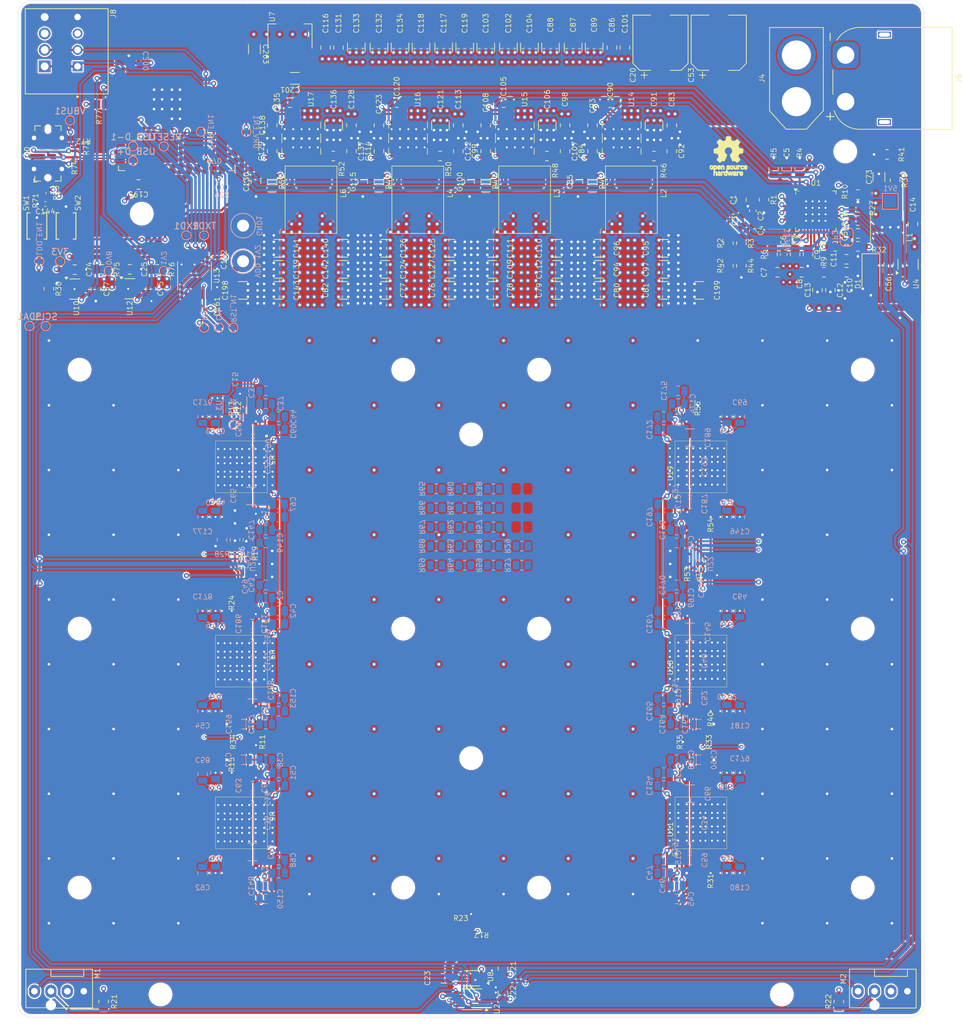
<source format=kicad_pcb>
(kicad_pcb
	(version 20240108)
	(generator "pcbnew")
	(generator_version "8.0")
	(general
		(thickness 1.6)
		(legacy_teardrops no)
	)
	(paper "A4")
	(layers
		(0 "F.Cu" signal)
		(1 "In1.Cu" signal)
		(2 "In2.Cu" signal)
		(3 "In3.Cu" signal)
		(4 "In4.Cu" signal)
		(31 "B.Cu" signal)
		(32 "B.Adhes" user "B.Adhesive")
		(33 "F.Adhes" user "F.Adhesive")
		(34 "B.Paste" user)
		(35 "F.Paste" user)
		(36 "B.SilkS" user "B.Silkscreen")
		(37 "F.SilkS" user "F.Silkscreen")
		(38 "B.Mask" user)
		(39 "F.Mask" user)
		(40 "Dwgs.User" user "User.Drawings")
		(41 "Cmts.User" user "User.Comments")
		(42 "Eco1.User" user "User.Eco1")
		(43 "Eco2.User" user "User.Eco2")
		(44 "Edge.Cuts" user)
		(45 "Margin" user)
		(46 "B.CrtYd" user "B.Courtyard")
		(47 "F.CrtYd" user "F.Courtyard")
		(48 "B.Fab" user)
		(49 "F.Fab" user)
		(50 "User.1" user)
		(51 "User.2" user)
		(52 "User.3" user)
		(53 "User.4" user)
		(54 "User.5" user)
		(55 "User.6" user)
		(56 "User.7" user)
		(57 "User.8" user)
		(58 "User.9" user)
	)
	(setup
		(stackup
			(layer "F.SilkS"
				(type "Top Silk Screen")
			)
			(layer "F.Paste"
				(type "Top Solder Paste")
			)
			(layer "F.Mask"
				(type "Top Solder Mask")
				(thickness 0.01)
			)
			(layer "F.Cu"
				(type "copper")
				(thickness 0.035)
			)
			(layer "dielectric 1"
				(type "prepreg")
				(thickness 0.1)
				(material "FR4")
				(epsilon_r 4.5)
				(loss_tangent 0.02)
			)
			(layer "In1.Cu"
				(type "copper")
				(thickness 0.035)
			)
			(layer "dielectric 2"
				(type "core")
				(thickness 0.535)
				(material "FR4")
				(epsilon_r 4.5)
				(loss_tangent 0.02)
			)
			(layer "In2.Cu"
				(type "copper")
				(thickness 0.035)
			)
			(layer "dielectric 3"
				(type "prepreg")
				(thickness 0.1)
				(material "FR4")
				(epsilon_r 4.5)
				(loss_tangent 0.02)
			)
			(layer "In3.Cu"
				(type "copper")
				(thickness 0.035)
			)
			(layer "dielectric 4"
				(type "core")
				(thickness 0.535)
				(material "FR4")
				(epsilon_r 4.5)
				(loss_tangent 0.02)
			)
			(layer "In4.Cu"
				(type "copper")
				(thickness 0.035)
			)
			(layer "dielectric 5"
				(type "prepreg")
				(thickness 0.1)
				(material "FR4")
				(epsilon_r 4.5)
				(loss_tangent 0.02)
			)
			(layer "B.Cu"
				(type "copper")
				(thickness 0.035)
			)
			(layer "B.Mask"
				(type "Bottom Solder Mask")
				(thickness 0.01)
			)
			(layer "B.Paste"
				(type "Bottom Solder Paste")
			)
			(layer "B.SilkS"
				(type "Bottom Silk Screen")
			)
			(copper_finish "None")
			(dielectric_constraints no)
		)
		(pad_to_mask_clearance 0)
		(allow_soldermask_bridges_in_footprints no)
		(pcbplotparams
			(layerselection 0x00010fc_ffffffff)
			(plot_on_all_layers_selection 0x0000000_00000000)
			(disableapertmacros no)
			(usegerberextensions no)
			(usegerberattributes yes)
			(usegerberadvancedattributes yes)
			(creategerberjobfile yes)
			(dashed_line_dash_ratio 12.000000)
			(dashed_line_gap_ratio 3.000000)
			(svgprecision 4)
			(plotframeref no)
			(viasonmask no)
			(mode 1)
			(useauxorigin no)
			(hpglpennumber 1)
			(hpglpenspeed 20)
			(hpglpendiameter 15.000000)
			(pdf_front_fp_property_popups yes)
			(pdf_back_fp_property_popups yes)
			(dxfpolygonmode yes)
			(dxfimperialunits yes)
			(dxfusepcbnewfont yes)
			(psnegative no)
			(psa4output no)
			(plotreference yes)
			(plotvalue yes)
			(plotfptext yes)
			(plotinvisibletext no)
			(sketchpadsonfab no)
			(subtractmaskfromsilk no)
			(outputformat 1)
			(mirror no)
			(drillshape 1)
			(scaleselection 1)
			(outputdirectory "")
		)
	)
	(net 0 "")
	(net 1 "GND")
	(net 2 "Net-(U1-IMON)")
	(net 3 "Net-(U1-VSP)")
	(net 4 "Net-(U1-VSN)")
	(net 5 "/Power/TPS_TSEN")
	(net 6 "Net-(U1-COMP)")
	(net 7 "+VRef")
	(net 8 "Net-(C7-Pad1)")
	(net 9 "Net-(U1-V3R3)")
	(net 10 "Net-(U1-V5)")
	(net 11 "Net-(U1-VIN)")
	(net 12 "+5V")
	(net 13 "+12V")
	(net 14 "+1V2")
	(net 15 "VDD")
	(net 16 "+0V8")
	(net 17 "/ESP32/PWR_EN")
	(net 18 "+3V3")
	(net 19 "Net-(U5-VDD1_0)")
	(net 20 "Net-(U6-VDD1_0)")
	(net 21 "Net-(U5-VDD2_0)")
	(net 22 "Net-(U6-VDD2_0)")
	(net 23 "Net-(U5-VDD3_0)")
	(net 24 "Net-(JP2-A)")
	(net 25 "Net-(U6-VDD3_0)")
	(net 26 "Net-(D1-K)")
	(net 27 "Net-(U4-BS)")
	(net 28 "Net-(U5-VDD3_1)")
	(net 29 "Net-(U11-VDD3_0)")
	(net 30 "Net-(U5-VDD2_1)")
	(net 31 "Net-(U11-VDD2_0)")
	(net 32 "Net-(U14-BOOT_R)")
	(net 33 "Net-(U14-BOOT)")
	(net 34 "Net-(C92-Pad1)")
	(net 35 "/Power/power-stage/TPS_TSEN")
	(net 36 "Net-(U15-BOOT)")
	(net 37 "Net-(U15-BOOT_R)")
	(net 38 "Net-(C107-Pad1)")
	(net 39 "/Power/power-stage1/TPS_TSEN")
	(net 40 "Net-(U16-BOOT)")
	(net 41 "Net-(U16-BOOT_R)")
	(net 42 "Net-(C122-Pad1)")
	(net 43 "/Power/power-stage2/TPS_TSEN")
	(net 44 "Net-(U17-BOOT)")
	(net 45 "Net-(U17-BOOT_R)")
	(net 46 "Net-(C137-Pad1)")
	(net 47 "/Power/power-stage3/TPS_TSEN")
	(net 48 "Net-(U5-VDD1_1)")
	(net 49 "Net-(U11-VDD1_0)")
	(net 50 "Net-(U9-VDD3_1)")
	(net 51 "Net-(U11-VDD3_1)")
	(net 52 "Net-(U9-VDD2_1)")
	(net 53 "Net-(U11-VDD2_1)")
	(net 54 "Net-(U9-VDD1_1)")
	(net 55 "Net-(U11-VDD1_1)")
	(net 56 "Net-(U18-VDD1_0)")
	(net 57 "Net-(U18-VDD2_0)")
	(net 58 "Net-(U18-VDD3_0)")
	(net 59 "Net-(U18-VDD3_1)")
	(net 60 "Net-(U18-VDD2_1)")
	(net 61 "Net-(U18-VDD1_1)")
	(net 62 "Net-(U19-VDD3_1)")
	(net 63 "Net-(U19-VDD2_1)")
	(net 64 "Net-(U19-VDD1_1)")
	(net 65 "/Domain/RST_N")
	(net 66 "/Domain/RO")
	(net 67 "/Domain/CI")
	(net 68 "Net-(U6-RI)")
	(net 69 "Net-(U9-CI)")
	(net 70 "Net-(U9-CLKI)")
	(net 71 "Net-(U9-BI)")
	(net 72 "Net-(U9-CO)")
	(net 73 "Net-(U14-VSW)")
	(net 74 "Net-(U15-VSW)")
	(net 75 "Net-(U16-VSW)")
	(net 76 "Net-(U17-VSW)")
	(net 77 "Net-(M1-PWM)")
	(net 78 "/ESP32/TACHO2")
	(net 79 "/ESP32/TACHO1")
	(net 80 "Net-(M2-PWM)")
	(net 81 "/Power/VSENSE+")
	(net 82 "/Power/VSENSE-")
	(net 83 "/Power/FCCM")
	(net 84 "Net-(U1-ISUM)")
	(net 85 "Net-(U1-ADDR_TRISE)")
	(net 86 "Net-(U6-NRSTI)")
	(net 87 "/Domain/BI")
	(net 88 "Net-(R13-Pad1)")
	(net 89 "/ESP32/VR_RDY")
	(net 90 "Net-(R15-Pad1)")
	(net 91 "Net-(U5-RI)")
	(net 92 "Net-(U11-RO)")
	(net 93 "Net-(U5-NRSTO)")
	(net 94 "Net-(U11-NRSTI)")
	(net 95 "Net-(R24-Pad1)")
	(net 96 "Net-(U9-RI)")
	(net 97 "Net-(R31-Pad1)")
	(net 98 "/Power/{slash}RESET")
	(net 99 "Net-(U11-RI)")
	(net 100 "Net-(U6-RO)")
	(net 101 "Net-(U11-NRSTO)")
	(net 102 "Net-(U4-FB)")
	(net 103 "Net-(R40-Pad1)")
	(net 104 "Net-(U18-RI)")
	(net 105 "Net-(U18-NRSTO)")
	(net 106 "Net-(R54-Pad1)")
	(net 107 "Net-(U19-RI)")
	(net 108 "/SCL")
	(net 109 "unconnected-(U1-OCL-R-Pad1)")
	(net 110 "/Power/TPS_CSP4")
	(net 111 "Net-(U9-CLKO)")
	(net 112 "unconnected-(U1-VBOOT-Pad31)")
	(net 113 "/Power/TPS_PWM2")
	(net 114 "/Power/TPS_CSP2")
	(net 115 "unconnected-(U1-F-IMAX-Pad32)")
	(net 116 "unconnected-(U1-SLEW-MODE-Pad29)")
	(net 117 "unconnected-(U1-O-USR-Pad30)")
	(net 118 "/Power/TPS_PWM3")
	(net 119 "/SDA")
	(net 120 "/Power/TPS_CSP3")
	(net 121 "/Power/TPS_PWM1")
	(net 122 "unconnected-(U1-{slash}PMB_ALERT-Pad25)")
	(net 123 "unconnected-(U1-{slash}VR_HOT-Pad19)")
	(net 124 "/Power/TPS_PWM4")
	(net 125 "unconnected-(U1-{slash}VR_FAULT-Pad27)")
	(net 126 "/Power/TPS_CSP1")
	(net 127 "Net-(U9-BO)")
	(net 128 "Net-(U6-CO)")
	(net 129 "Net-(U6-CLKO)")
	(net 130 "Net-(U6-BO)")
	(net 131 "/Domain/CLKI")
	(net 132 "unconnected-(U5-?-Pad20)")
	(net 133 "Net-(U5-BO)")
	(net 134 "unconnected-(U5-?-Pad12)")
	(net 135 "Net-(U5-CO)")
	(net 136 "unconnected-(U5-PIN_MODE-Pad19)")
	(net 137 "unconnected-(U5-?-Pad10)")
	(net 138 "Net-(U5-CLKO)")
	(net 139 "unconnected-(U5-?-Pad21)")
	(net 140 "unconnected-(U6-?-Pad12)")
	(net 141 "Net-(U11-CI)")
	(net 142 "unconnected-(U6-?-Pad10)")
	(net 143 "Net-(U11-BI)")
	(net 144 "unconnected-(U6-PIN_MODE-Pad19)")
	(net 145 "unconnected-(U6-?-Pad20)")
	(net 146 "Net-(U6-CLKI)")
	(net 147 "Net-(U11-CLKI)")
	(net 148 "unconnected-(U6-?-Pad21)")
	(net 149 "Net-(U6-BI)")
	(net 150 "Net-(U6-CI)")
	(net 151 "Net-(U19-CI)")
	(net 152 "Net-(U19-CLKI)")
	(net 153 "Net-(U19-BI)")
	(net 154 "/ESP32/LDO_EN")
	(net 155 "Net-(U18-CI)")
	(net 156 "unconnected-(U9-?-Pad21)")
	(net 157 "unconnected-(U9-?-Pad10)")
	(net 158 "unconnected-(U9-PIN_MODE-Pad19)")
	(net 159 "unconnected-(U9-?-Pad12)")
	(net 160 "unconnected-(U9-?-Pad20)")
	(net 161 "unconnected-(U11-?-Pad20)")
	(net 162 "Net-(U11-CLKO)")
	(net 163 "unconnected-(U11-PIN_MODE-Pad19)")
	(net 164 "unconnected-(U11-?-Pad21)")
	(net 165 "Net-(U11-BO)")
	(net 166 "unconnected-(U11-?-Pad12)")
	(net 167 "unconnected-(U11-?-Pad10)")
	(net 168 "Net-(U11-CO)")
	(net 169 "/RST")
	(net 170 "unconnected-(U13-B3Y-Pad11)")
	(net 171 "/RX")
	(net 172 "/TX")
	(net 173 "unconnected-(U18-?-Pad12)")
	(net 174 "unconnected-(U18-PIN_MODE-Pad19)")
	(net 175 "Net-(U18-BO)")
	(net 176 "unconnected-(U18-?-Pad21)")
	(net 177 "Net-(U18-CO)")
	(net 178 "unconnected-(U18-?-Pad10)")
	(net 179 "Net-(U18-CLKO)")
	(net 180 "unconnected-(U18-?-Pad20)")
	(net 181 "unconnected-(U19-PIN_MODE-Pad19)")
	(net 182 "unconnected-(U19-?-Pad10)")
	(net 183 "unconnected-(U19-CO-Pad25)")
	(net 184 "unconnected-(U19-?-Pad21)")
	(net 185 "unconnected-(U19-?-Pad12)")
	(net 186 "unconnected-(U19-?-Pad20)")
	(net 187 "unconnected-(U19-BO-Pad22)")
	(net 188 "unconnected-(U19-NRSTO-Pad26)")
	(net 189 "unconnected-(U19-CLKO-Pad23)")
	(net 190 "unconnected-(U21-ALERT-Pad3)")
	(net 191 "unconnected-(U22-ALERT-Pad3)")
	(net 192 "Net-(U18-CLKI)")
	(net 193 "Net-(U18-BI)")
	(net 194 "Net-(U9-RO)")
	(net 195 "Net-(U18-RO)")
	(net 196 "Net-(U19-RO)")
	(net 197 "Net-(U2-PWM1)")
	(net 198 "Net-(U2-PWM2)")
	(net 199 "unconnected-(U2-nALERT-Pad10)")
	(net 200 "unconnected-(U2-CLK-Pad9)")
	(net 201 "/ESP32/EN")
	(net 202 "unconnected-(U20-*GPIO46-Pad16)")
	(net 203 "unconnected-(U20-GPIO10{slash}TOUCH10{slash}ADC1_CH9{slash}FSPICS0{slash}FSPIIO4{slash}SUBSPICS0-Pad18)")
	(net 204 "unconnected-(U20-GPIO38{slash}FSPIWP{slash}SUBSPIWP-Pad31)")
	(net 205 "unconnected-(U20-GPIO9{slash}TOUCH9{slash}ADC1_CH8{slash}FSPIHD{slash}SUBSPIHD-Pad17)")
	(net 206 "unconnected-(U20-SPIDQS{slash}GPIO37{slash}FSPIQ{slash}SUBSPIQ-Pad30)")
	(net 207 "unconnected-(U20-GPIO7{slash}TOUCH7{slash}ADC1_CH6-Pad7)")
	(net 208 "/ESP32/USB_D-")
	(net 209 "/ESP32/USB_D+")
	(net 210 "unconnected-(U20-*GPIO45-Pad26)")
	(net 211 "/ESP32/IO0")
	(net 212 "/ESP32/PGOOD_0V8")
	(net 213 "unconnected-(U20-GPIO8{slash}TOUCH8{slash}ADC1_CH7{slash}SUBSPICS1-Pad12)")
	(net 214 "unconnected-(U20-MTDI{slash}GPIO41{slash}CLK_OUT1-Pad34)")
	(net 215 "unconnected-(U20-MTMS{slash}GPIO42-Pad35)")
	(net 216 "unconnected-(U20-GPIO1{slash}TOUCH1{slash}ADC1_CH0-Pad39)")
	(net 217 "unconnected-(U20-MTDO{slash}GPIO40{slash}CLK_OUT2-Pad33)")
	(net 218 "unconnected-(U20-GPIO2{slash}TOUCH2{slash}ADC1_CH1-Pad38)")
	(net 219 "unconnected-(U20-MTCK{slash}GPIO39{slash}CLK_OUT3{slash}SUBSPICS1-Pad32)")
	(net 220 "/ESP32/PGOOD_1V2")
	(net 221 "Net-(J10-D--PadA7)")
	(net 222 "Net-(J10-CC1)")
	(net 223 "Net-(J10-VBUS-PadA4)")
	(net 224 "Net-(J10-CC2)")
	(net 225 "unconnected-(J10-SBU1-PadA8)")
	(net 226 "Net-(J10-D+-PadA6)")
	(net 227 "unconnected-(J10-SBU2-PadB8)")
	(net 228 "/ESP32/DRV_EN")
	(net 229 "Net-(U14-VDD)")
	(net 230 "Net-(U15-VDD)")
	(net 231 "Net-(U16-VDD)")
	(net 232 "Net-(U17-VDD)")
	(net 233 "unconnected-(U20-SPIIO6{slash}GPIO35{slash}FSPID{slash}SUBSPID-Pad28)")
	(net 234 "unconnected-(U20-GPIO21-Pad23)")
	(net 235 "unconnected-(U20-U0RXD{slash}GPIO44{slash}CLK_OUT2-Pad36)")
	(net 236 "unconnected-(U20-SPIIO7{slash}GPIO36{slash}FSPICLK{slash}SUBSPICLK-Pad29)")
	(net 237 "unconnected-(U20-GPIO12{slash}TOUCH12{slash}ADC2_CH1{slash}FSPICLK{slash}FSPIIO6{slash}SUBSPICLK-Pad20)")
	(net 238 "unconnected-(U20-GPIO11{slash}TOUCH11{slash}ADC2_CH0{slash}FSPID{slash}FSPIIO5{slash}SUBSPID-Pad19)")
	(net 239 "unconnected-(U20-GPIO15{slash}U0RTS{slash}ADC2_CH4{slash}XTAL_32K_P-Pad8)")
	(footprint "Capacitor_SMD:C_1210_3225Metric" (layer "F.Cu") (at 76.75 61.5 180))
	(footprint "myfootprints:IFLR-4031GC-01-8x10" (layer "F.Cu") (at 65.25 50.75 -90))
	(footprint "Capacitor_SMD:C_1210_3225Metric" (layer "F.Cu") (at 76.75 64.75 180))
	(footprint "Capacitor_SMD:C_0805_2012Metric" (layer "F.Cu") (at 121 39.25 -90))
	(footprint "BitForgeNano:MountingHole_3.2mm_M3_ISO14580" (layer "F.Cu") (at 29.5 77))
	(footprint "Capacitor_SMD:C_0805_2012Metric" (layer "F.Cu") (at 95.000001 35.75))
	(footprint "BitForgeNano:MountingHole_3.2mm_M3_ISO14580" (layer "F.Cu") (at 90 87))
	(footprint "Capacitor_SMD:C_1210_3225Metric" (layer "F.Cu") (at 72.250001 27.25 90))
	(footprint "Capacitor_SMD:C_1210_3225Metric" (layer "F.Cu") (at 89 27.25 90))
	(footprint "Resistor_SMD:R_0805_2012Metric" (layer "F.Cu") (at 154.25 43.75 180))
	(footprint "Capacitor_SMD:C_0805_2012Metric" (layer "F.Cu") (at 37.25 61.5))
	(footprint "BitForgeNano:R_0201_0603Metric" (layer "F.Cu") (at 125.5 134.5))
	(footprint "bitaxeGamma:SW_CS1213AGF260_CRS" (layer "F.Cu") (at 22.9 54.8 -90))
	(footprint "BitForgeNano:MountingHole_3.2mm_M3_ISO14580" (layer "F.Cu") (at 39.1 52.9))
	(footprint "BitForgeNano:R_0201_0603Metric" (layer "F.Cu") (at 123.5 107))
	(footprint "Connector_AMASS:AMASS_XT60PW-M_1x02_P7.20mm_Horizontal" (layer "F.Cu") (at 147.85 28.4 -90))
	(footprint "Resistor_SMD:R_0805_2012Metric" (layer "F.Cu") (at 149.75 57.95 180))
	(footprint "Capacitor_SMD:C_0805_2012Metric" (layer "F.Cu") (at 106.5 48 -90))
	(footprint "Package_TO_SOT_SMD:SOT-223-3_TabPin2" (layer "F.Cu") (at 62 25.5 90))
	(footprint "Capacitor_SMD:C_0805_2012Metric" (layer "F.Cu") (at 138.75 46 90))
	(footprint "Capacitor_SMD:C_1210_3225Metric" (layer "F.Cu") (at 86.75 61.5))
	(footprint "Capacitor_SMD:C_1210_3225Metric" (layer "F.Cu") (at 70.249999 61.5))
	(footprint "Capacitor_SMD:C_0805_2012Metric" (layer "F.Cu") (at 32 64.55 -90))
	(footprint "Capacitor_SMD:C_0805_2012Metric" (layer "F.Cu") (at 111.75 27.25 90))
	(footprint "Capacitor_SMD:C_0805_2012Metric" (layer "F.Cu") (at 88 43.25 90))
	(footprint "Resistor_SMD:R_0805_2012Metric" (layer "F.Cu") (at 135.25 50.75 90))
	(footprint "myfootprints:CSD95472-SON-5x6" (layer "F.Cu") (at 96.750002 41.25 -90))
	(footprint "Resistor_SMD:R_0805_2012Metric" (layer "F.Cu") (at 136.55 59.2 90))
	(footprint "Capacitor_SMD:C_0805_2012Metric"
		(layer "F.Cu")
		(uuid "24c39116-3233-454a-a081-1492b401bd57")
		(at 78.5 35.75)
		(descr "Capacitor SMD 0805 (2012 Metric), square (rectangular) end terminal, IPC_7351 nominal, (Body size source: IPC-SM-782 page 76, https://www.pcb-3d.com/wordpress/wp-content/uploads/ipc-sm-782a_amendment_1_and_2.pdf, https://docs.google.com/spreadsheets/d/1BsfQQcO9C6DZCsRaXUlFlo91Tg2WpOkGARC1WS5S8t0/edit?usp=sharing), generated with kicad-footprint-generator")
		(tags "capacitor")
		(property "Reference" "C120"
			(at 0 -2.5 90)
			(unlocked yes)
			(layer "F.SilkS")
			(uuid "2b14ecb7-b8d1-447a-8b9f-25b3a5ad425f")
			(effects
				(font
					(size 0.8 0.8)
					(thickness 0.1)
				)
			)
		)
		(property "Value" "100n"
			(at 0 1.68 0)
			(layer "F.Fab")
			(uuid "8ab673f8-2daf-46de-91f8-3b5c8c532a44")
			(effects
				(font
					(size 1 1)
					(thickness 0.15)
				)
			)
		)
		(property "Footprint" "Capacitor_SMD:C_0805_2012Metric"
			(at 0 0 0)
			(unlocked yes)
			(layer "F.Fab")
			(hide yes)
			(uuid "7be7b148-4cd1-423d-8347-f9e301424c23")
			(effects
				(font
					(size 1.27 1.27)
					(thickness 0.15)
				)
			)
		)
		(property "Datasheet" ""
			(at 0 0 0)
			(unlocked yes)
			(layer "F.Fab")
			(hide yes)
			(uuid "3c333846-6a6a-44d2-a581-efaaf50cb2e8")
			(effects
				(font
					(size 1.27 1.27)
					(thickness 0.15)
				)
			)
		)
		(property "Description" ""
			(at 0 0 0)
			(unlocked yes)
			(layer "F.Fab")
			(hide yes)
			(uuid "f70625a9-688d-4244-ad34-e7e272ecb686")
			(effects
				(font
					(size 1.27 1.27)
					(thickness 0.15)
				)
			)
		)
		(property "Distributor" ""
			(at 0 0 0)
			(unlocked yes)
			(layer "F.Fab")
			(hide yes)
			(uuid "ad800382-2497-43df-82ea-0c57c409a45d")
			(effects
				(font
					(size 1 1)
					(thickness 0.15)
				)
			)
		)
		(property "Manufacturer" ""
			(at 0 0 0)
			(unlocked yes)
			(layer "F.Fab")
			(hide yes)
			(uuid "aa63920a-9edd-407c-895e-f11e72c93aa9")
			(effects
				(font
					(size 1 1)
					(thickness 0.15)
				)
			)
		)
		(property "OrderNr" ""
			(at 0 0 0)
			(unlocked yes)
			(layer "F.Fab")
			(hide yes)
			(uuid "7eb61dff-1286-4440-8ceb-e0a52ea06c05")
			(effects
				(font
... [6030695 chars truncated]
</source>
